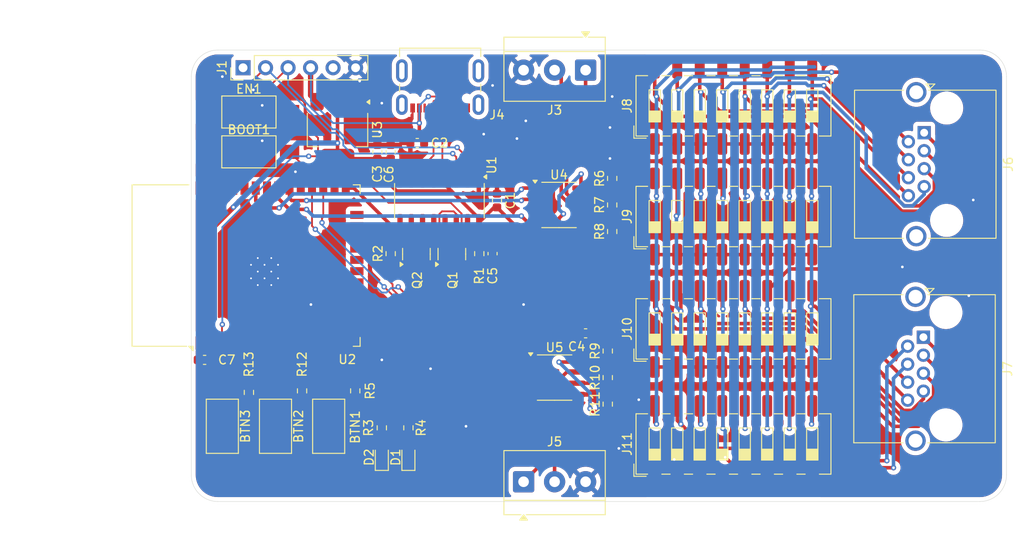
<source format=kicad_pcb>
(kicad_pcb (version 20241229) (generator "pcbnew") (generator_version "9.0")
  (layers (0 "F.Cu" signal) (2 "B.Cu" signal) (13 "F.Paste" user) (15 "B.Paste" user) (5 "F.SilkS" user "F.Silkscreen") (7 "B.SilkS" user "B.Silkscreen") (1 "F.Mask" user) (3 "B.Mask" user) (25 "Edge.Cuts" user))
  (net 0 "")
  (net 1 "ESP32_IO0")
  (net 2 "GND")
  (net 3 "BTN1")
  (net 4 "+3V3")
  (net 5 "+5V")
  (net 6 "ESP32_EN")
  (net 7 "Net-(D1-A)")
  (net 8 "Net-(D2-A)")
  (net 11 "RX-PROG")
  (net 12 "TX-PROG")
  (net 13 "RS485_A1")
  (net 14 "RS485_B1")
  (net 16 "D+")
  (net 18 "D-")
  (net 20 "RS485_A2")
  (net 21 "RS485_B2")
  (net 22 "ETH3")
  (net 23 "ETH7")
  (net 24 "ETH1")
  (net 25 "ETH8")
  (net 26 "ETH2")
  (net 27 "ETH5")
  (net 28 "ETH6")
  (net 29 "ETH4")
  (net 30 "Net-(Q1-S)")
  (net 31 "Net-(Q1-G)")
  (net 32 "Net-(U2-IO12)")
  (net 33 "Net-(U2-IO13)")
  (net 51 "BTN2")
  (net 53 "BTN3")
  (net 64 "RS485_1_DIRECTION")
  (net 65 "UART1_RX")
  (net 66 "UART1_TX")
  (net 67 "RS485_2_DIRECTION")
  (net 68 "UART2_TX")
  (net 69 "UART2_RX")
  (footprint "Button_Switch_SMD:SW_SPST_FSMSM" (layer "F.Cu") (at 91.5 80.5 -90)
    (property "Reference" "BTN2")
    (property "Value" "SW_Push")
  )
  (footprint "Capacitor_SMD:C_0603_1608Metric" (layer "F.Cu") (at 116 61 -90)
    (property "Reference" "C5")
    (property "Value" "C")
  )
  (footprint "Connector_PinHeader_2.54mm:PinHeader_1x06_P2.54mm_Vertical" (layer "F.Cu") (at 87.84 40 90)
    (property "Reference" "J1")
    (property "Value" "Conn_01x06")
  )
  (footprint "Resistor_SMD:R_0603_1608Metric" (layer "F.Cu") (at 94.5 76.5 90)
    (property "Reference" "R12")
    (property "Value" "R_Small")
  )
  (footprint "Capacitor_SMD:C_0603_1608Metric" (layer "F.Cu") (at 126.5 70)
    (property "Reference" "C4")
    (property "Value" "C")
  )
  (footprint "Package_SO:SOIC-8_3.9x4.9mm_P1.27mm" (layer "F.Cu") (at 123 75)
    (property "Reference" "U5")
    (property "Value" "MAX3485")
  )
  (footprint "Capacitor_SMD:C_0603_1608Metric" (layer "F.Cu") (at 116.5 55 90)
    (property "Reference" "C1")
    (property "Value" "C")
  )
  (footprint "Connector_RJ:RJ45_Amphenol_RJHSE5380" (layer "F.Cu") (at 164.625 70.44 -90)
    (property "Reference" "J7")
    (property "Value" "RJ45")
  )
  (footprint "Resistor_SMD:R_0603_1608Metric" (layer "F.Cu") (at 129.5 55.5 90)
    (property "Reference" "R7")
    (property "Value" "120")
  )
  (footprint "Resistor_SMD:R_0603_1608Metric" (layer "F.Cu") (at 100.5 76.5 90)
    (property "Reference" "R5")
    (property "Value" "R_Small")
  )
  (footprint "Connector_RJ:RJ45_Amphenol_RJHSE5380" (layer "F.Cu") (at 164.71 47.34 -90)
    (property "Reference" "J6")
    (property "Value" "RJ45")
  )
  (footprint "Button_Switch_SMD:SW_SPST_FSMSM" (layer "F.Cu") (at 85.5 80.5 -90)
    (property "Reference" "BTN3")
    (property "Value" "SW_Push")
  )
  (footprint "Resistor_SMD:R_0603_1608Metric" (layer "F.Cu") (at 129.5 58.5 90)
    (property "Reference" "R8")
    (property "Value" "10K")
  )
  (footprint "Capacitor_SMD:C_0603_1608Metric" (layer "F.Cu") (at 107.5 48.5 180)
    (property "Reference" "C2")
    (property "Value" "C")
  )
  (footprint "Button_Switch_SMD:SW_SPST_FSMSM" (layer "F.Cu") (at 97.5 80.5 -90)
    (property "Reference" "BTN1")
    (property "Value" "SW_Push")
  )
  (footprint "Package_SO:SOIC-8_3.9x4.9mm_P1.27mm" (layer "F.Cu") (at 123.5 55.5)
    (property "Reference" "U4")
    (property "Value" "MAX3485")
  )
  (footprint "Resistor_SMD:R_0603_1608Metric" (layer "F.Cu") (at 103.5 80.675 -90)
    (property "Reference" "R3")
    (property "Value" "R_Small")
  )
  (footprint "Resistor_SMD:R_0603_1608Metric" (layer "F.Cu") (at 114.5 61 90)
    (property "Reference" "R1")
    (property "Value" "R_Small")
  )
  (footprint "Button_Switch_SMD:SW_DIP_SPSTx08_Slide_6.7x21.88mm_W8.61mm_P2.54mm_LowProfile" (layer "F.Cu") (at 143.19 82.5 90)
    (property "Reference" "J11")
    (property "Value" "Conn_02x08_Counter_Clockwise")
  )
  (footprint "Resistor_SMD:R_0603_1608Metric" (layer "F.Cu") (at 88.5 76.675 90)
    (property "Reference" "R13")
    (property "Value" "R_Small")
  )
  (footprint "Package_TO_SOT_SMD:SOT-23" (layer "F.Cu") (at 111.405 61.05 90)
    (property "Reference" "Q1")
    (property "Value" "BSS138")
  )
  (footprint "Resistor_SMD:R_0603_1608Metric" (layer "F.Cu") (at 129 72 90)
    (property "Reference" "R9")
    (property "Value" "10K")
  )
  (footprint "TerminalBlock_4Ucon:TerminalBlock_4Ucon_1x03_P3.50mm_Horizontal" (layer "F.Cu") (at 126.5 40.2675 180)
    (property "Reference" "J3")
    (property "Value" "Conn_01x03")
  )
  (footprint "Package_TO_SOT_SMD:SOT-23" (layer "F.Cu") (at 107.405 61.05 90)
    (property "Reference" "Q2")
    (property "Value" "BSS138")
  )
  (footprint "Button_Switch_SMD:SW_SPST_FSMSM" (layer "F.Cu") (at 88.5 45)
    (property "Reference" "EN1")
    (property "Value" "SW_Push")
  )
  (footprint "LED_SMD:LED_0603_1608Metric" (layer "F.Cu") (at 106.5 84 90)
    (property "Reference" "D1")
    (property "Value" "LED")
  )
  (footprint "Resistor_SMD:R_0603_1608Metric" (layer "F.Cu") (at 106.5 80.675 -90)
    (property "Reference" "R4")
    (property "Value" "R_Small")
  )
  (footprint "Resistor_SMD:R_0603_1608Metric" (layer "F.Cu") (at 129 78 90)
    (property "Reference" "R11")
    (property "Value" "10K")
  )
  (footprint "Connector_USB:USB_C_Receptacle_JAE_DX07S016JA1R1500" (layer "F.Cu") (at 110.085 41.5 180)
    (property "Reference" "J4")
    (property "Value" "USB_C_Receptacle_USB2.0_14P")
  )
  (footprint "Button_Switch_SMD:SW_DIP_SPSTx08_Slide_6.7x21.88mm_W8.61mm_P2.54mm_LowProfile" (layer "F.Cu") (at 143.19 44.305 90)
    (property "Reference" "J8")
    (property "Value" "Conn_02x08_Counter_Clockwise")
  )
  (footprint "Button_Switch_SMD:SW_DIP_SPSTx08_Slide_6.7x21.88mm_W8.61mm_P2.54mm_LowProfile" (layer "F.Cu") (at 143.19 69.5 90)
    (property "Reference" "J10")
    (property "Value" "Conn_02x08_Counter_Clockwise")
  )
  (footprint "Button_Switch_SMD:SW_DIP_SPSTx08_Slide_6.7x21.88mm_W8.61mm_P2.54mm_LowProfile" (layer "F.Cu") (at 143.19 56.805 90)
    (property "Reference" "J9")
    (property "Value" "Conn_02x08_Counter_Clockwise")
  )
  (footprint "Button_Switch_SMD:SW_SPST_FSMSM" (layer "F.Cu") (at 88.5 49.5 180)
    (property "Reference" "BOOT1")
    (property "Value" "SW_Push")
  )
  (footprint "Capacitor_SMD:C_0603_1608Metric" (layer "F.Cu") (at 83.5 73 180)
    (property "Reference" "C7")
    (property "Value" "C")
  )
  (footprint "Capacitor_SMD:C_0603_1608Metric" (layer "F.Cu") (at 104.5 49.5 90)
    (property "Reference" "C6")
    (property "Value" "C")
  )
  (footprint "Capacitor_SMD:C_0603_1608Metric" (layer "F.Cu") (at 103 49.5 90)
    (property "Reference" "C3")
    (property "Value" "C")
  )
  (footprint "Resistor_SMD:R_0603_1608Metric" (layer "F.Cu") (at 129.5 52.5 90)
    (property "Reference" "R6")
    (property "Value" "10K")
  )
  (footprint "LED_SMD:LED_0603_1608Metric" (layer "F.Cu") (at 103.5 84 90)
    (property "Reference" "D2")
    (property "Value" "LED")
  )
  (footprint "RF_Module:ESP32-WROOM-32" (layer "F.Cu") (at 91.1725 62.345 90)
    (property "Reference" "U2")
    (property "Value" "ESP32-WROOM-32")
  )
  (footprint "TerminalBlock_4Ucon:TerminalBlock_4Ucon_1x03_P3.50mm_Horizontal" (layer "F.Cu") (at 119.5 86.7675)
    (property "Reference" "J5")
    (property "Value" "Conn_01x03")
  )
  (footprint "Package_TO_SOT_SMD:SOT-223-3_TabPin2" (layer "F.Cu") (at 98.5 47 -90)
    (property "Reference" "U3")
    (property "Value" "AMS1117-3.3")
  )
  (footprint "Resistor_SMD:R_0603_1608Metric" (layer "F.Cu") (at 129 75 90)
    (property "Reference" "R10")
    (property "Value" "120")
  )
  (footprint "Package_SO:SOIC-16_3.9x9.9mm_P1.27mm" (layer "F.Cu") (at 110 55.025 -90)
    (property "Reference" "U1")
    (property "Value" "CH340C")
  )
  (footprint "Resistor_SMD:R_0603_1608Metric" (layer "F.Cu") (at 104.5 61 90)
    (property "Reference" "R2")
    (property "Value" "R_Small")
  )
  (gr_line (start 174 41) (end 174 86) (stroke (width 0.05)) (layer "Edge.Cuts"))
  (gr_arc (start 82 41) (mid 82.87868 38.87868) (end 85 38) (stroke (width 0.05)) (layer "Edge.Cuts"))
  (gr_line (start 171 38) (end 85 38) (stroke (width 0.05)) (layer "Edge.Cuts"))
  (gr_line (start 82 86) (end 82 41) (stroke (width 0.05)) (layer "Edge.Cuts"))
  (gr_arc (start 174 86) (mid 173.12132 88.12132) (end 171 89) (stroke (width 0.05)) (layer "Edge.Cuts"))
  (gr_arc (start 85 89) (mid 82.87868 88.12132) (end 82 86) (stroke (width 0.05)) (layer "Edge.Cuts"))
  (gr_arc (start 171 38) (mid 173.12132 38.87868) (end 174 41) (stroke (width 0.05)) (layer "Edge.Cuts"))
  (gr_line (start 171 89) (end 85 89) (stroke (width 0.05)) (layer "Edge.Cuts"))
  (segment (start 98.75 51.853) (end 99.4325 52.5355) (width 0.2) (layer "F.Cu") (net 1))
  (segment (start 99.4325 52.5355) (end 99.4325 53.595) (width 0.2) (layer "F.Cu") (net 1))
  (segment (start 100.345 53.595) (end 99.4325 53.595) (width 0.4) (layer "F.Cu") (net 1))
  (segment (start 104.5 57.75) (end 100.345 53.595) (width 0.4) (layer "F.Cu") (net 1))
  (segment (start 95.443 51.853) (end 98.75 51.853) (width 0.2) (layer "F.Cu") (net 1))
  (segment (start 93.09 49.5) (end 95.443 51.853) (width 0.2) (layer "F.Cu") (net 1))
  (segment (start 104.5 60.175) (end 104.5 57.75) (width 0.4) (layer "F.Cu") (net 1))
  (segment (start 104.5625 60.1125) (end 104.5 60.175) (width 0.4) (layer "F.Cu") (net 1))
  (segment (start 107.405 60.1125) (end 104.5625 60.1125) (width 0.4) (layer "F.Cu") (net 1))
  (segment (start 113.185 44.55) (end 113.185 46.185) (width 0.2) (layer "F.Cu") (net 2))
  (segment (start 106.985 44.55) (end 106.985 45.765) (width 0.2) (layer "F.Cu") (net 2))
  (segment (start 113.185 46.185) (end 113.5 46.5) (width 0.2) (layer "F.Cu") (net 2))
  (segment (start 106.985 45.765) (end 106.5 46.25) (width 0.2) (layer "F.Cu") (net 2))
  (via (at 103.5 44) (size 0.6) (drill 0.3) (layers "F.Cu" "B.Cu") (net 2))
  (via (at 103.5 73) (size 0.6) (drill 0.3) (layers "F.Cu" "B.Cu") (net 2))
  (via (at 170.25 54.938162) (size 0.6) (drill 0.3) (layers "F.Cu" "B.Cu") (net 2))
  (via (at 119.5 66.75) (size 0.6) (drill 0.3) (layers "F.Cu" "B.Cu") (net 2))
  (via (at 89 42.5) (size 0.6) (drill 0.3) (layers "F.Cu" "B.Cu") (net 2))
  (via (at 101 41.5) (size 0.6) (drill 0.3) (layers "F.Cu" "B.Cu") (net 2))
  (via (at 119.75 46) (size 0.6) (drill 0.3) (layers "F.Cu" "B.Cu") (net 2))
  (via (at 129.5 43.25) (size 0.6) (drill 0.3) (layers "F.Cu" "B.Cu") (net 2))
  (via (at 169.75 65.75) (size 0.6) (drill 0.3) (layers "F.Cu" "B.Cu") (net 2))
  (via (at 136.5 84.25) (size 0.6) (drill 0.3) (layers "F.Cu" "B.Cu") (net 2))
  (via (at 85.5 41) (size 0.6) (drill 0.3) (layers "F.Cu" "B.Cu") (net 2))
  (via (at 113 80.5) (size 0.6) (drill 0.3) (layers "F.Cu" "B.Cu") (net 2))
  (via (at 129.25 46.75) (size 0.6) (drill 0.3) (layers "F.Cu" "B.Cu") (net 2))
  (via (at 90 48.25) (size 0.6) (drill 0.3) (layers "F.Cu" "B.Cu") (net 2))
  (via (at 132.5 77.5) (size 0.6) (drill 0.3) (layers "F.Cu" "B.Cu") (net 2))
  (via (at 93.75 51.75) (size 0.6) (drill 0.3) (layers "F.Cu" "B.Cu") (net 2))
  (via (at 116 42) (size 0.6) (drill 0.3) (layers "F.Cu" "B.Cu") (net 2))
  (via (at 90 44.25) (size 0.6) (drill 0.3) (layers "F.Cu" "B.Cu") (net 2))
  (via (at 130.25 83) (size 0.6) (drill 0.3) (layers "F.Cu" "B.Cu") (net 2))
  (via (at 95.5 66.75) (size 0.6) (drill 0.3) (layers "F.Cu" "B.Cu") (net 2))
  (via (at 162.25 62.5) (size 0.6) (drill 0.3) (layers "F.Cu" "B.Cu") (net 2))
  (via (at 118.75 48) (size 0.6) (drill 0.3) (layers "F.Cu" "B.Cu") (net 2))
  (via (at 103.25 47.25) (size 0.6) (drill 0.3) (layers "F.Cu" "B.Cu") (net 2))
  (via (at 129.25 50.25) (size 0.6) (drill 0.3) (layers "F.Cu" "B.Cu") (net 2))
  (via (at 115 47.5) (size 0.6) (drill 0.3) (layers "F.Cu" "B.Cu") (net 2))
  (via (at 109 74) (size 0.6) (drill 0.3) (layers "F.Cu" "B.Cu") (net 2))
  (segment (start 97.735 75.675) (end 97.5 75.91) (width 0.6) (layer "F.Cu") (net 3))
  (segment (start 100.5 75.675) (end 97.735 75.675) (width 0.6) (layer "F.Cu") (net 3))
  (segment (start 115.325 61) (end 118.5 61) (width 0.2) (layer "F.Cu") (net 4))
  (segment (start 100.324 77.501) (end 94.676 77.501) (width 0.6) (layer "F.Cu") (net 4))
  (segment (start 84.1925 72.9175) (end 84.275 73) (width 0.6) (layer "F.Cu") (net 4))
  (segment (start 123.5 73.25) (end 125.32 73.25) (width 0.4) (layer "F.Cu") (net 4))
  (segment (start 94.676 77.501) (end 94.5 77.325) (width 0.6) (layer "F.Cu") (net 4))
  (segment (start 94.5 77.325) (end 94.325 77.5) (width 0.6) (layer "F.Cu") (net 4))
  (segment (start 103 51.753388) (end 103 50.275) (width 0.4) (layer "F.Cu") (net 4))
  (segment (start 125.32 73.25) (end 125.475 73.095) (width 0.4) (layer "F.Cu") (net 4))
  (segment (start 112.899 63.426) (end 114.5 61.825) (width 0.2) (layer "F.Cu") (net 4))
  (segment (start 114.5 61.825) (end 115.325 61) (width 0.2) (layer "F.Cu") (net 4))
  (segment (start 98.5 43.85) (end 98.5 48.5) (width 0.4) (layer "F.Cu") (net 4))
  (segment (start 116.17 55.775) (end 114.445 57.5) (width 0.4) (layer "F.Cu") (net 4))
  (segment (start 116.5 55.775) (end 116.17 55.775) (width 0.4) (layer "F.Cu") (net 4))
  (segment (start 120.1125 59.3875) (end 116.5 55.775) (width 0.4) (layer "F.Cu") (net 4))
  (segment (start 106.101 63.426) (end 112.899 63.426) (width 0.2) (layer "F.Cu") (net 4))
  (segment (start 125.725 68.475) (end 125.725 70) (width 0.4) (layer "F.Cu") (net 4))
  (segment (start 103 50.275) (end 98.625 50.275) (width 0.4) (layer "F.Cu") (net 4))
  (segment (start 127.325 78.825) (end 127 78.5) (width 0.4) (layer "F.Cu") (net 4))
  (segment (start 111.324 53.926) (end 105.172612 53.926) (width 0.4) (layer "F.Cu") (net 4))
  (segment (start 84.1925 58.3075) (end 86.75 55.75) (width 0.6) (layer "F.Cu") (net 4))
  (segment (start 88.5 77.5) (end 88.499 77.501) (width 0.6) (layer "F.Cu") (net 4))
  (segment (start 105.172612 53.926) (end 103 51.753388) (width 0.4) (layer "F.Cu") (net 4))
  (segment (start 123.5 57) (end 124 56.5) (width 0.4) (layer "F.Cu") (net 4))
  (segment (start 104.5 50.275) (end 103 50.275) (width 0.4) (layer "F.Cu") (net 4))
  (segment (start 125.975 53.595) (end 125.975 52.025) (width 0.4) (layer "F.Cu") (net 4))
  (segment (start 125.975 52.025) (end 126 52) (width 0.4) (layer "F.Cu") (net 4))
  (segment (start 129.5 64.25) (end 125.5 68.25) (width 0.4) (layer "F.Cu") (net 4))
  (segment (start 110.635 52.55) (end 110.635 53.201612) (width 0.4) (layer "F.Cu") (net 4))
  (segment (start 88.499 77.501) (end 84.199 77.501) (width 0.6) (layer "F.Cu") (net 4))
  (segment (start 111.341694 53.908306) (end 114.445 57.011612) (width 0.4) (layer "F.Cu") (net 4))
  (segment (start 118.5 61) (end 120.1125 59.3875) (width 0.2) (layer "F.Cu") (net 4))
  (segment (start 125.725 70) (end 125.725 72.845) (width 0.4) (layer "F.Cu") (net 4))
  (segment (start 84.1925 71.095) (end 84.1925 58.3075) (width 0.6) (layer "F.Cu") (net 4))
  (segment (start 123.5 61.75) (end 122.475 61.75) (width 0.4) (layer "F.Cu") (net 4))
  (segment (start 110.635 53.201612) (end 111.341694 53.908306) (width 0.4) (layer "F.Cu") (net 4))
  (segment (start 125.5 68.25) (end 123.5 66.25) (width 0.4) (layer "F.Cu") (net 4))
  (segment (start 123.5 61.75) (end 123.5 57) (width 0.4) (layer "F.Cu") (net 4))
  (segment (start 94.325 77.5) (end 88.5 77.5) (width 0.6) (layer "F.Cu") (net 4))
  (segment (start 111.341694 53.908306) (end 111.324 53.926) (width 0.4) (layer "F.Cu") (net 4))
  (segment (start 129 78.825) (end 127.325 78.825) (width 0.4) (layer "F.Cu") (net 4))
  (segment (start 98.5 48.5) (end 98.5 50.15) (width 0.4) (layer "F.Cu") (net 4))
  (segment (start 125.5 68.25) (end 125.725 68.475) (width 0.4) (layer "F.Cu") (net 4))
  (segment (start 114.445 57.011612) (end 114.445 57.5) (width 0.4) (layer "F.Cu") (net 4))
  (segment (start 123.5 66.25) (end 123.5 61.75) (width 0.4) (layer "F.Cu") (net 4))
  (segment (start 84.199 73.076) (end 84.275 73) (width 0.6) (layer "F.Cu") (net 4))
  (segment (start 122.475 61.75) (end 120.1125 59.3875) (width 0.4) (layer "F.Cu") (net 4))
  (segment (start 100.5 77.325) (end 100.324 77.501) (width 0.6) (layer "F.Cu") (net 4))
  (segment (start 84.1925 71.095) (end 84.1925 72.9175) (width 0.6) (layer "F.Cu") (net 4))
  (segment (start 129.5 59.325) (end 129.5 64.25) (width 0.4) (layer "F.Cu") (net 4))
  (segment (start 104.5 61.825) (end 106.101 63.426) (width 0.2) (layer "F.Cu") (net 4))
  (segment (start 125.725 72.845) (end 125.475 73.095) (width 0.4) (layer "F.Cu") (net 4))
  (segment (start 84.199 77.501) (end 84.199 73.076) (width 0.6) (layer "F.Cu") (net 4))
  (segment (start 98.625 50.275) (end 98.5 50.15) (width 0.4) (layer "F.Cu") (net 4))
  (via (at 86.75 55.75) (size 0.6) (drill 0.3) (layers "F.Cu" "B.Cu") (net 4))
  (via (at 126 52) (size 0.6) (drill 0.3) (layers "F.Cu" "B.Cu") (net 4))
  (via (at 124 56.5) (size 0.6) (drill 0.3) (layers "F.Cu" "B.Cu") (net 4))
  (via (at 98.5 48.5) (size 0.6) (drill 0.3) (layers "F.Cu" "B.Cu") (net 4))
  (via (at 123.5 73.25) (size 0.6) (drill 0.3) (layers "F.Cu" "B.Cu") (net 4))
  (via (at 127 78.5) (size 0.6) (drill 0.3) (layers "F.Cu" "B.Cu") (net 4))
  (segment (start 123.5 54.5) (end 123.5 56) (width 0.4) (layer "B.Cu") (net 4))
  (segment (start 94 48.5) (end 98.5 48.5) (width 0.6) (layer "B.Cu") (net 4))
  (segment (start 127 76.75) (end 123.5 73.25) (width 0.4) (layer "B.Cu") (net 4))
  (segment (start 123.5 56) (end 124 56.5) (width 0.4) (layer "B.Cu") (net 4))
  (segment (start 86.75 55.75) (end 94 48.5) (width 0.6) (layer "B.Cu") (net 4))
  (segment (start 127 78.5) (end 127 76.75) (width 0.4) (layer "B.Cu") (net 4))
  (segment (start 126 52) (end 123.5 54.5) (width 0.4) (layer "B.Cu") (net 4))
  (segment (start 95.46 43.11) (end 96.2 43.85) (width 0.6) (layer "F.Cu") (net 5))
  (segment (start 107.735 46.25) (end 107.735 47.96) (width 0.4) (layer "F.Cu") (net 5))
  (segment (start 95.46 40) (end 95.46 43.11) (width 0.6) (layer "F.Cu") (net 5))
  (segment (start 111.835 43.25) (end 110.75 43.25) (width 0.2) (layer "F.Cu") (net 5))
  (segment (start 110.75 43.25) (end 108.75 43.25) (width 0.2) (layer "F.Cu") (net 5))
  (segment (start 112.435 43.85) (end 111.835 43.25) (width 0.2) (layer "F.Cu") (net 5))
  (segment (start 107.735 47.96) (end 108.275 48.5) (width 0.4) (layer "F.Cu") (net 5))
  (segment (start 107.735 44.55) (end 107.735 46.25) (width 0.4) (layer "F.Cu") (net 5))
  (segment (start 112.435 44.55) (end 112.435 43.85) (width 0.2) (layer "F.Cu") (net 5))
  (via (at 107.735 46.25) (size 0.6) (drill 0.3) (layers "F.Cu" "B.Cu") (net 5))
  (via (at 108.75 43.25) (size 0.6) (drill 0.3) (layers "F.Cu" "B.Cu") (net 5))
  (segment (start 107.735 44.265) (end 107.735 46.25) (width 0.2) (layer "B.Cu") (net 5))
  (segment (start 95.5 40.04) (end 95.46 40) (width 0.2) (layer "B.Cu") (net 5))
  (segment (start 108.75 43.25) (end 107.735 44.265) (width 0.2) (layer "B.Cu") (net 5))
  (segment (start 98 46.25) (end 95.5 43.75) (width 0.2) (layer "B.Cu") (net 5))
  (segment (start 107.735 46.25) (end 98 46.25) (width 0.2) (layer "B.Cu") (net 5))
  (segment (start 95.5 43.75) (end 95.5 40.04) (width 0.2) (layer "B.Cu") (net 5))
  (segment (start 96.299 50) (end 95.25 50) (width 0.2) (layer "F.Cu") (net 6))
  (segment (start 111.4675 60.175) (end 111.405 60.1125) (width 0.4) (layer "F.Cu") (net 6))
  (segment (start 93.38 45) (end 96.299 47.919) (width 0.2) (layer "F.Cu") (net 6))
  (segment (start 99.565686 51.5) (end 100.5 51.5) (width 0.2) (layer "F.Cu") (net 6))
  (segment (start 115.95 60.175) (end 116 60.225) (width 0.4) (layer "F.Cu") (net 6))
  (segment (start 96.760942 51.451) (end 99.516686 51.451) (width 0.2) (layer "F.Cu") (net 6))
  (segment (start 96.299 47.919) (end 96.299 50) (width 0.2) (layer "F.Cu") (net 6))
  (segment (start 85.5 69) (end 85.4625 69.0375) (width 0.2) (layer "F.Cu") (net 6))
  (segment (start 85.4625 69.0375) (end 85.4625 71.095) (width 0.2) (layer "F.Cu") (net 6))
  (segment (start 112.506 60.169) (end 112.5 60.175) (width 0.2) (layer "F.Cu") (net 6))
  (segment (start 96.299 50.989058) (end 96.760942 51.451) (width 0.2) (layer "F.Cu") (net 6))
  (segment (start 112.506 56.484032) (end 112.506 60.169) (width 0.2) (layer "F.Cu") (net 6))
  (segment (start 111.271968 55.25) (end 112.506 56.484032) (width 0.2) (layer "F.Cu") (net 6))
  (segment (start 114.5 60.175) (end 112.5 60.175) (width 0.4) (layer "F.Cu") (net 6))
  (segment (start 96.299 50) (end 96.299 50.989058) (width 0.2) (layer "F.Cu") (net 6))
  (segment (start 114.5 60.175) (end 115.95 60.175) (width 0.4) (layer "F.Cu") (net 6))
  (segment (start 93.09 45) (end 93.38 45) (width 0.2) (layer "F.Cu") (net 6))
  (segment (start 99.516686 51.451) (end 99.565686 51.5) (width 0.2) (layer "F.Cu") (net 6))
  (segment (start 104.25 55.25) (end 111.271968 55.25) (width 0.2) (layer "F.Cu") (net 6))
  (segment (start 112.5 60.175) (end 111.4675 60.175) (width 0.4) (layer "F.Cu") (net 6))
  (segment (start 100.5 51.5) (end 104.25 55.25) (width 0.2) (layer "F.Cu") (net 6))
  (via (at 95.25 50) (size 0.6) (drill 0.3) (layers "F.Cu" "B.Cu") (net 6))
  (via (at 85.5 69) (size 0.6) (drill 0.3) (layers "F.Cu" "B.Cu") (net 6))
  (segment (start 85.5 58) (end 85.5 69) (width 0.2) (layer "B.Cu") (net 6))
  (segment (start 88.5 55) (end 85.5 58) (width 0.2) (layer "B.Cu") (net 6))
  (segment (start 93.5 50) (end 88.5 55) (width 0.2) (layer "B.Cu") (net 6))
  (segment (start 95.25 50) (end 93.5 50) (width 0.2) (layer "B.Cu") (net 6))
  (segment (start 106.5 81.5) (end 106.5 83.2125) (width 0.6) (layer "F.Cu") (net 7))
  (segment (start 103.5 83.2125) (end 103.5 81.5) (width 0.6) (layer "F.Cu") (net 8))
  (segment (start 86.7325 53.595) (end 86.7325 43.6475) (width 0.2) (layer "F.Cu") (net 11))
  (segment (start 111.905 50.090967) (end 111.505115 49.691082) (width 0.2) (layer "F.Cu") (net 11))
  (segment (start 86.7325 43.6475) (end 90.38 40) (width 0.2) (layer "F.Cu") (net 11))
  (segment (start 111.905 52.55) (end 111.905 50.090967) (width 0.2) (layer "F.Cu") (net 11))
  (via (at 111.505115 49.691082) (size 0.6) (drill 0.3) (layers "F.Cu" "B.Cu") (net 11))
  (segment (start 100.071082 49.691082) (end 111.505115 49.691082) (width 0.2) (layer "B.Cu") (net 11))
  (segment (start 99.14962 48.230381) (end 99.14962 48.76962) (width 0.2) (layer "B.Cu") (net 11))
  (segment (start 99.14962 48.76962) (end 100.071082 49.691082) (width 0.2) (layer "B.Cu") (net 11))
  (segment (start 97.73 47.35) (end 98.269239 47.35) (width 0.2) (layer "B.Cu") (net 11))
  (segment (start 90.38 40) (end 97.73 47.35) (width 0.2) (layer "B.Cu") (net 11))
  (segment (start 98.269239 47.35) (end 99.14962 48.230381) (width 0.2) (layer "B.Cu") (net 11))
  (segment (start 113.175 52.55) (end 113.175 50.175) (width 0.2) (layer "F.Cu") (net 12))
  (segment (start 88.0025 53.595) (end 88.0025 44.9175) (width 0.2) (layer "F.Cu") (net 12))
  (segment (start 113.175 50.175) (end 112 49) (width 0.2) (layer "F.Cu") (net 12))
  (segment (start 88.0025 44.9175) (end 92.92 40) (width 0.2) (layer "F.Cu") (net 12))
  (via (at 112 49) (size 0.6) (drill 0.3) (layers "F.Cu" "B.Cu") (net 12))
  (segment (start 92.92 41.92) (end 92.92 40) (width 0.2) (layer "B.Cu") (net 12))
  (segment (start 112 49) (end 100.484924 49) (width 0.2) (layer "B.Cu") (net 12))
  (segment (start 98.434924 46.95) (end 97.95 46.95) (width 0.2) (layer "B.Cu") (net 12))
  (segment (start 97.95 46.95) (end 92.92 41.92) (width 0.2) (layer "B.Cu") (net 12))
  (segment (start 100.484924 49) (end 98.434924 46.95) (width 0.2) (layer "B.Cu") (net 12))
  (segment (start 147 61.11) (end 144.46 61.11) (width 0.4) (layer "F.Cu") (net 13))
  (segment (start 141.92 61.11) (end 139.38 61.11) (width 0.4) (layer "F.Cu") (net 13))
  (segment (start 125.975 56.135) (end 125.385 56.135) (width 0.4) (layer "F.Cu") (net 13))
  (segment (start 123.75 41.0175) (end 123 40.2675) (width 0.4) (layer "F.Cu") (net 13))
  (segment (start 129.5 57.675) (end 130.865 57.675) (width 0.4) (layer "F.Cu") (net 13))
  (segment (start 129.5 57.675) (end 129.5 56.325) (width 0.4) (layer "F.Cu") (net 13))
  (segment (start 123.75 54.5) (end 123.75 41.0175) (width 0.4) (layer "F.Cu") (net 13))
  (segment (start 139.38 61.11) (end 136.84 61.11) (width 0.4) (layer "F.Cu") (net 13))
  (segment (start 149.54 61.11) (end 147 61.11) (width 0.4) (layer "F.Cu") (net 13))
  (segment (start 130.865 57.675) (end 134.3 61.11) (width 0.4) (layer "F.Cu") (net 13))
  (segment (start 125.975 56.135) (end 129.31 56.135) (width 0.4) (layer "F.Cu") (net 13))
  (segment (start 134.3 61.11) (end 136.84 61.11) (width 0.4) (layer "F.Cu") (net 13))
  (segment (start 152.08 61.11) (end 149.54 61.11) (width 0.4) (layer "F.Cu") (net 13))
  (segment (start 129.31 56.135) (end 129.5 56.325) (width 0.4) (layer "F.Cu") (net 13))
  (segment (start 144.46 61.11) (end 141.92 61.11) (width 0.4) (layer "F.Cu") (net 13))
  (segment (start 125.385 56.135) (end 123.75 54.5) (width 0.4) (layer "F.Cu") (net 13))
  (segment (start 124.35 54.214999) (end 124.35 45.4) (width 0.4) (layer "F.Cu") (net 14))
  (segment (start 144.46 48.61) (end 141.92 48.61) (width 0.4) (layer "F.Cu") (net 14))
  (segment (start 124.35 45.4) (end 126.5 43.25) (width 0.4) (layer "F.Cu") (net 14))
  (segment (start 129.585 53.325) (end 134.3 48.61) (width 0.4) (layer "F.Cu") (net 14))
  (segment (start 125.000001 54.865) (end 124.35 54.214999) (width 0.4) (layer "F.Cu") (net 14))
  (segment (start 136.84 48.61) (end 134.3 48.61) (width 0.4) (layer "F.Cu") (net 14))
  (segment (start 147 48.61) (end 144.46 48.61) (width 0.4) (layer "F.Cu") (net 14))
  (segment (start 129.31 54.865) (end 129.5 54.675) (width 0.4) (layer "F.Cu") (net 14))
  (segment (start 126.5 43.25) (end 126.5 40.2675) (width 0.4) (layer "F.Cu") (net 14))
  (segment (start 125.975 54.865) (end 129.31 54.865) (width 0.4) (layer "F.Cu") (net 14))
  (segment (start 129.5 54.675) (end 129.5 53.325) (width 0.4) (layer "F.Cu") (net 14))
  (segment (start 125.975 54.865) (end 125.000001 54.865) (width 0.4) (layer "F.Cu") (net 14))
  (segment (start 139.38 48.61) (end 136.84 48.61) (width 0.4) (layer "F.Cu") (net 14))
  (segment (start 141.92 48.61) (end 139.38 48.61) (width 0.4) (layer "F.Cu") (net 14))
  (segment (start 129.5 53.325) (end 129.585 53.325) (width 0.4) (layer "F.Cu") (net 14))
  (segment (start 149.54 48.61) (end 147 48.61) (width 0.4) (layer "F.Cu") (net 14))
  (segment (start 152.08 48.61) (end 149.54 48.61) (width 0.4) (layer "F.Cu") (net 14))
  (segment (start 109.835 44.55) (end 110.335 44.55) (width 0.2) (layer "F.Cu") (net 16))
  (segment (start 109.365 51.575001) (end 110.335 50.605001) (width 0.2) (layer "F.Cu") (net 16))
  (segment (start 109.365 52.55) (end 109.365 51.575001) (width 0.2) (layer "F.Cu") (net 16))
  (segment (start 110.335 50.605001) (end 110.335 44.55) (width 0.2) (layer "F.Cu") (net 16))
  (segment (start 108.095 51.155) (end 108.095 52.55) (width 0.2) (layer "F.Cu") (net 18))
  (segment (start 110.835 43.813) (end 110.835 44.55) (width 0.2) (layer "F.Cu") (net 18))
  (segment (start 109.335 44.55) (end 109.335 43.813) (width 0.2) (layer "F.Cu") (net 18))
  (segment (start 109.335 43.813) (end 109.399 43.749) (width 0.2) (layer "F.Cu") (net 18))
  (segment (start 109.335 44.55) (end 109.335 49.915) (width 0.2) (layer "F.Cu") (net 18))
  (segment (start 109.335 49.915) (end 108.095 51.155) (width 0.2) (layer "F.Cu") (net 18))
  (segment (start 109.399 43.749) (end 110.771 43.749) (width 0.2) (layer "F.Cu") (net 18))
  (segment (start 110.771 43.749) (end 110.835 43.813) (width 0.2) (layer "F.Cu") (net 18))
  (segment (start 128.81 75.635) (end 129 75.825) (width 0.4) (layer "F.Cu") (net 20))
  (segment (start 123 84.25) (end 123.25 84) (width 0.4) (layer "F.Cu") (net 20))
  (segment (start 149.54 86.805) (end 147 86.805) (width 0.4) (layer "F.Cu") (net 20))
  (segment (start 134.3 82.05) (end 129.425 77.175) (width 0.4) (layer "F.Cu") (net 20))
  (segment (start 147 86.805) (end 144.46 86.805) (width 0.4) (layer "F.Cu") (net 20))
  (segment (start 139.38 86.805) (end 141.92 86.805) (width 0.4) (layer "F.Cu") (net 20))
  (segment (start 152.08 86.805) (end 149.54 86.805) (width 0.4) (layer "F.Cu") (net 20))
  (segment (start 129 77.175) (end 129 75.825) (width 0.4) (layer "F.Cu") (net 20))
  (segment (start 141.92 86.805) (end 144.46 86.805) (width 0.4) (layer "F.Cu") (net 20))
  (segment (start 125.475 75.635) (end 128.81 75.635) (width 0.4) (layer "F.Cu") (net 20))
  (segment (start 123.25 76.75) (end 124.365 75.635) (width 0.4) (layer "F.Cu") (net 20))
  (segment (start 134.3 86.805) (end 136.84 86.805) (width 0.4) (layer "F.Cu") (net 20))
  (segment (start 129.425 77.175) (end 129 77.175) (width 0.4) (layer "F.Cu") (net 20))
  (segment (start 134.3 86.805) (end 134.3 82.05) (width 0.4) (layer "F.Cu") (net 20))
  (segment (start 123.25 84) (end 123.25 76.75) (width 0.4) (layer "F.Cu") (net 20))
  (segment (start 124.365 75.635) (end 125.475 75.635) (width 0.4) (layer "F.Cu") (net 20))
  (segment (start 136.84 86.805) (end 139.38 86.805) (width 0.4) (layer "F.Cu") (net 20))
  (segment (start 123 86.7675) (end 123 84.25) (width 0.4) (layer "F.Cu") (net 20))
  (segment (start 122.5 83.7675) (end 122.5 76.25) (width 0.4) (layer "F.Cu") (net 21))
  (segment (start 122.5 76.25) (end 124.385 74.365) (width 0.4) (layer "F.Cu") (net 21))
  (segment (start 134.3 73.805) (end 129.37 73.805) (width 0.4) (layer "F.Cu") (net 21))
  (segment (start 119.5 86.7675) (end 122.5 83.7675) (width 0.4) (layer "F.Cu") (net 21))
  (segment (start 129.37 73.805) (end 129 74.175) (width 0.4) (layer "F.Cu") (net 21))
  (segment (start 139.38 73.805) (end 136.84 73.805) (width 0.4) (layer "F.Cu") (net 21))
  (segment (start 128.81 74.365) (end 129 74.175) (width 0.4) (layer "F.Cu") (net 21))
  (segment (start 136.84 73.805) (end 134.3 73.805) (width 0.4) (layer "F.Cu") (net 21))
  (segment (start 144.46 73.805) (end 141.92 73.805) (width 0.4) (layer "F.Cu") (net 21))
  (segment (start 125.475 74.365) (end 128.81 74.365) (width 0.4) (layer "F.Cu") (net 21))
  (segment (start 124.385 74.365) (end 125.475 74.365) (width 0.4) (layer "F.Cu") (net 21))
  (segment (start 141.92 73.805) (end 139.38 73.805) (width 0.4) (layer "F.Cu") (net 21))
  (segment (start 149.54 73.805) (end 147 73.805) (width 0.4) (layer "F.Cu") (net 21))
  (segment (start 147 73.805) (end 144.46 73.805) (width 0.4) (layer "F.Cu") (net 21))
  (segment (start 152.08 73.805) (end 149.54 73.805) (width 0.4) (layer "F.Cu") (net 21))
  (segment (start 129 74.175) (end 129 72.825) (width 0.4) (layer "F.Cu") (net 21))
  (segment (start 166.461 51.123) (end 164.71 49.372) (width 0.4) (layer "F.Cu") (net 22))
  (segment (start 164.420116 56.205) (end 166.461 54.164116) (width 0.4) (layer "F.Cu") (net 22))
  (segment (start 139.5 54.25) (end 139.5 52.62) (width 0.4) (layer "F.Cu") (net 22))
  (segment (start 141.65 44.9) (end 151.920114 44.9) (width 0.4) (layer "F.Cu") (net 22))
  (segment (start 166.378 74.225) (end 164.625 72.472) (width 0.4) (layer "F.Cu") (net 22))
  (segment (start 139.38 80.13) (end 139.5 80.25) (width 0.4) (layer "F.Cu") (net 22))
  (segment (start 166.378 77.349472) (end 166.378 74.225) (width 0.4) (layer "F.Cu") (net 22))
  (segment (start 139.38 65.195) (end 139.38 67.13) (width 0.4) (layer "F.Cu") (net 22))
  (segment (start 139.38 67.13) (end 139.5 67.25) (width 0.4) (layer "F.Cu") (net 22))
  (segment (start 139.38 42.63) (end 139.5 42.75) (width 0.4) (layer "F.Cu") (net 22))
  (segment (start 139.38 78.195) (end 139.38 80.13) (width 0.4) (layer "F.Cu") (net 22))
  (segment (start 141.15 68.9) (end 145.298644 68.9) (width 0.4) (layer "F.Cu") (net 22))
  (segment (start 161.869942 79.906) (end 162.000144 79.906) (width 0.4) (layer "F.Cu") (net 22))
  (segment (start 139.5 67.25) (end 141.15 68.9) (width 0.4) (layer "F.Cu") (net 22))
  (segment (start 139.5 42.75) (end 141.65 44.9) (width 0.4) (layer "F.Cu") (net 22))
  (segment (start 139.5 52.62) (end 139.38 52.5) (width 0.4) (layer "F.Cu") (net 22))
  (segment (start 166.461 54.164116) (end 166.461 51.123) (width 0.4) (layer "F.Cu") (net 22))
  (segment (start 155.85 48.829886) (end 155.85 49.849702) (width 0.4) (layer "F.Cu") (net 22))
  (segment (start 161.999644 79.906) (end 163.821472 79.906) (width 0.4) (layer "F.Cu") (net 22))
  (segment (start 150.865942 68.902) (end 161.869942 79.906) (width 0.4) (layer "F.Cu") (net 22))
  (segment (start 139.38 40) (end 139.38 42.63) (width 0.4) (layer "F.Cu") (net 22))
  (segment (start 145.300644 68.902) (end 150.865942 68.902) (width 0.4) (layer "F.Cu") (net 22))
  (segment (start 163.821472 79.906) (end 166.378 77.349472) (width 0.4) (layer "F.Cu") (net 22))
  (segment (start 151.920114 44.9) (end 155.85 48.829886) (width 0.4) (layer "F.Cu") (net 22))
  (segment (start 162.205298 56.205) (end 164.420116 56.205) (width 0.4) (layer "F.Cu") (net 22))
  (segment (start 145.298644 68.9) (end 145.300644 68.902) (width 0.4) (layer "F.Cu") (net 22))
  (segment (start 155.85 49.849702) (end 162.205298 56.205) (width 0.4) (layer "F.Cu") (net 22))
  (via (at 139.5 67.25) (size 0.6) (drill 0.3) (layers "F.Cu" "B.Cu") (net 22))
  (via (at 139.5 42.75) (size 0.6) (drill 0.3) (layers "F.Cu" "B.Cu") (net 22))
  (via (at 139.5 80.25) (size 0.6) (drill 0.3) (layers "F.Cu" "B.Cu") (net 22))
  (via (at 139.5 54.25) (size 0.6) (drill 0.3) (layers "F.Cu" "B.Cu") (net 22))
  (segment (start 139.5 42.75) (end 139.5 54.25) (width 0.4) (layer "B.Cu") (net 22))
  (segment (start 139.5 80.25) (end 139.5 67.25) (width 0.4) (layer "B.Cu") (net 22))
  (segment (start 139.5 67.25) (end 139.5 54.25) (width 0.4) (layer "B.Cu") (net 22))
  (segment (start 149.54 80.71) (end 149.5 80.75) (width 0.4) (layer "F.Cu") (net 23))
  (segment (start 149.5 54.5) (end 149.5 52.54) (width 0.4) (layer "F.Cu") (net 23))
  (segment (start 162.36824 78.703) (end 163.32176 78.703) (width 0.4) (layer "F.Cu") (net 23))
  (segment (start 149.5 43.25) (end 149.5 40.04) (width 0.4) (layer "F.Cu") (net 23))
  (segment (start 149.54 52.5) (end 149.54 53.72) (width 0.4) (layer "F.Cu") (net 23))
  (segment (start 149.54 67.46) (end 149.5 67.5) (width 0.4) (layer "F.Cu") (net 23))
  (segment (start 149.54 65.195) (end 149.54 67.46) (width 0.4) (layer "F.Cu") (net 23))
  (segment (start 163.32176 78.703) (end 164.625 77.39976) (width 0.4) (layer "F.Cu") (net 23))
  (segment (start 149.5 40.04) (end 149.54 40) (width 0.4) (layer "F.Cu") (net 23))
  (segment (start 151.16524 67.5) (end 162.36824 78.703) (width 0.4) (layer "F.Cu") (net 23))
  (segment (start 164.625 77.39976) (end 164.625 76.536) (width 0.4) (layer "F.Cu") (net 23))
  (segment (start 149.54 78.195) (end 149.54 80.71) (width 0.4) (layer "F.Cu") (net 23))
  (segment (start 164.97 53.766) (end 164.516 53.766) (width 0.4) (layer "F.Cu") (net 23))
  (segment (start 149.5 67.5) (end 151.16524 67.5) (width 0.4) (layer "F.Cu") (net 23))
  (segment (start 149.5 52.54) (end 149.54 52.5) (width 0.4) (layer "F.Cu") (net 23))
  (via (at 149.5 54.5) (size 0.6) (drill 0.3) (layers "F.Cu" "B.Cu") (net 23))
  (via (at 149.5 67.5) (size 0.6) (drill 0.3) (layers "F.Cu" "B.Cu") (net 23))
  (via (at 149.5 80.75) (size 0.6) (drill 0.3) (layers "F.Cu" "B.Cu") (net 23))
  (via (at 149.5 43.25) (size 0.6) (drill 0.3) (layers "F.Cu" "B.Cu") (net 23))
  (segment (start 164.71 54.29976) (end 163.40676 55.603) (width 0.4) (layer "B.Cu") (net 23))
  (segment (start 162.45324 55.603) (end 158.17 51.31976) (width 0.4) (layer "B.Cu") (net 23))
  (segment (start 149.5 54.5) (end 149.5 43.25) (width 0.4) (layer "B.Cu") (net 23))
  (segment (start 164.71 53.436) (end 164.71 54.29976) (width 0.4) (layer "B.Cu") (net 23))
  (segment (start 158.17 47.67) (end 153.288169 42.788169) (width 0.4) (layer "B.Cu") (net 23))
  (segment (start 149.961831 42.788169) (end 149.5 43.25) (width 0.4) (layer "B.Cu") (net 23))
  (segment (start 158.17 51.31976) (end 158.17 47.67) (width 0.4) (layer "B.Cu") (net 23))
  (segment (start 163.40676 55.603) (end 162.45324 55.603) (width 0.4) (layer "B.Cu") (net 23))
  (segment (start 149.5 80.75) (end 149.5 67.5) (width 0.4) (layer "B.Cu") (net 23))
  (segment (start 149.5 67.5) (end 149.5 54.5) (width 0.4) (layer "B.Cu") (net 23))
  (segment (start 153.288169 42.788169) (end 149.961831 42.788169) (width 0.4) (layer "B.Cu") (net 23))
  (segment (start 134.5 54.5) (end 134.5 52.7) (width 0.4) (layer "F.Cu") (net 24))
  (segment (start 145.050116 69.5) (end 145.052116 69.502) (width 0.4) (layer "F.Cu") (net 24))
  (segment (start 161.156644 80.508) (end 164.068 80.508) (width 0.4) (layer "F.Cu") (net 24))
  (segment (start 134.3 80.05) (end 134.5 80.25) (width 0.4) (layer "F.Cu") (net 24))
  (segment (start 161.95877 56.807) (end 164.666644 56.807) (width 0.4) (layer "F.Cu") (net 24))
  (segment (start 134.5 67.25) (end 136.75 69.5) (width 0.4) (layer "F.Cu") (net 24))
  (segment (start 134.3 78.195) (end 134.3 80.05) (width 0.4) (layer "F.Cu") (net 24))
  (segment (start 166.979 77.597) (end 166.979 72.794) (width 0.4) (layer "F.Cu") (net 24))
  (segment (start 145.052116 69.502) (end 150.150644 69.502) (width 0.4) (layer "F.Cu") (net 24))
  (segment (start 134.3 65.195) (end 134.3 67.05) (width 0.4) (layer "F.Cu") (net 24))
  (segment (start 141.400644 45.502) (end 141.398643 45.5) (width 0.4) (layer "F.Cu") (net 24))
  (segment (start 166.979 72.794) (end 164.625 70.44) (width 0.4) (layer "F.Cu") (net 24))
  (segment (start 167.063 49.693) (end 164.71 47.34) (width 0.4) (layer "F.Cu") (net 24))
  (segment (start 134.3 43.05) (end 134.5 43.25) (width 0.4) (layer "F.Cu") (net 24))
  (segment (start 151.670757 45.502) (end 141.400644 45.502) (width 0.4) (layer "F.Cu") (net 24))
  (segment (start 136.75 45.5) (end 134.5 43.25) (width 0.4) (layer "F.Cu") (net 24))
  (segment (start 167.063 54.410644) (end 167.063 49.693) (width 0.4) (layer "F.Cu") (net 24))
  (segment (start 154.893056 48.724299) (end 151.670757 45.502) (width 0.4) (layer "F.Cu") (net 24))
  (segment (start 155.199321 49.050678) (end 155.199321 50.047551) (width 0.4) (layer "F.Cu") (net 24))
  (segment (start 141.398643 45.5) (end 136.75 45.5) (width 0.4) (layer "F.Cu") (net 24))
  (segment (start 150.150644 69.502) (end 161.156644 80.508) (width 0.4) (layer "F.Cu") (net 24))
  (segment (start 155.199321 50.047551) (end 161.95877 56.807) (width 0.4) (layer "F.Cu") (net 24))
  (segment (start 134.5 52.7) (end 134.3 52.5) (width 0.4) (layer "F.Cu") (net 24))
  (segment (start 164.666644 56.807) (end 167.063 54.410644) (width 0.4) (layer "F.Cu") (net 24))
  (segment (start 134.3 40) (end 134.3 43.05) (width 0.4) (layer "F.Cu") (net 24))
  (segment (start 164.068 80.508) (end 166.979 77.597) (width 0.4) (layer "F.Cu") (net 24))
  (segment (start 154.893056 48.744413) (end 154.893056 48.724299) (width 0.4) (layer "F.Cu") (net 24))
  (segment (start 136.75 69.5) (end 145.050116 69.5) (width 0.4) (layer "F.Cu") (net 24))
  (segment (start 155.199321 49.050678) (end 154.893056 48.744413) (width 0.4) (layer "F.Cu") (net 24))
  (segment (start 134.3 67.05) (end 134.5 67.25) (width 0.4) (layer "F.Cu") (net 24))
  (via (at 134.5 43.25) (size 0.6) (drill 0.3) (layers "F.Cu" "B.Cu") (net 24))
  (via (at 134.5 67.25) (size 0.6) (drill 0.3) (layers "F.Cu" "B.Cu") (net 24))
  (via (at 134.5 54.5) (size 0.6) (drill 0.3) (layers "F.Cu" "B.Cu") (net 24))
  (via (at 134.5 80.25) (size 0.6) (drill 0.3) (layers "F.Cu" "B.Cu") (net 24))
  (segment (start 134.5 42.25) (end 134.5 43.25) (width 0.4) (layer "B.Cu") (net 24))
  (segment (start 151.6367 39.898) (end 151.584699 39.95) (width 0.4) (layer "B.Cu") (net 24))
  (segment (start 134.5 80.25) (end 134.5 67.25) (width 0.4) (layer "B.Cu") (net 24))
  (segment (start 147.204416 40.25) (end 136.5 40.25) (width 0.4) (layer "B.Cu") (net 24))
  (segment (start 134.5 43.25) (end 134.5 54.5) (width 0.4) (layer "B.Cu") (net 24))
  (segment (start 147.504416 39.95) (end 147.204416 40.25) (width 0.4) (layer "B.Cu") (net 24))
  (segment (start 152.334584 39.898) (end 151.6367 39.898) (width 0.4) (layer "B.Cu") (net 24))
  (segment (start 151.584699 39.95) (end 147.504416 39.95) (width 0.4) (layer "B.Cu") (net 24))
  (segment (start 136.5 40.25) (end 134.5 42.25) (width 0.4) (layer "B.Cu") (net 24))
  (segment (start 134.5 67.25) (end 134.5 54.5) (width 0.4) (layer "B.Cu") (net 24))
  (segment (start 152.08 66.756298) (end 151.886298 66.95) (width 0.4) (layer "F.Cu") (net 25))
  (segment (start 161.779 52.180472) (end 161.779 53.301) (width 0.4) (layer "F.Cu") (net 25))
  (segment (start 152.397056 66.95) (end 160.095 74.647944) (width 0.4) (layer "F.Cu") (net 25))
  (segment (start 161.779 53.301) (end 162.93 54.452) (width 0.4) (layer "F.Cu") (net 25))
  (segment (start 152 54.5) (end 152 52.58) (width 0.4) (layer "F.Cu") (net 25))
  (segment (start 152.08 43.347338) (end 151.889169 43.538169) (width 0.4) (layer "F.Cu") (net 25))
  (segment (start 152.08 80.17) (end 152 80.25) (width 0.4) (layer "F.Cu") (net 25))
  (segment (start 152.08 40) (end 152.08 43.347338) (width 0.4) (layer "F.Cu") (net 25))
  (segment (start 151.889169 43.538169) (end 153.136697 43.538169) (width 0.4) (layer "F.Cu") (net 25))
  (segment (start 151.886298 66.95) (end 152.397056 66.95) (width 0.4) (layer "F.Cu") (net 25))
  (segment (start 153.136697 43.538169) (end 161.779 52.180472) (width 0.4) (layer "F.Cu") (net 25))
  (segment (start 152.08 78.195) (end 152.08 80.17) (width 0.4) (layer "F.Cu") (net 25))
  (segment (start 152.08 65.195) (end 152.08 66.756298) (width 0.4) (layer "F.Cu") (net 25))
  (segment (start 160.095 74.647944) (end 160.095 74.802) (width 0.4) (layer "F.Cu") (net 25))
  (segment (start 152 52.58) (end 152.08 52.5) (width 0.4) (layer "F.Cu") (net 25))
  (segment (start 160.095 74.802) (end 162.845 77.552) (width 0.4) (layer "F.Cu") (net 25))
  (via (at 152 54.5) (size 0.6) (drill 0.3) (layers "F.Cu" "B.Cu") (net 25))
  (via (at 151.889169 43.538169) (size 0.6) (drill 0.3) (layers "F.Cu" "B.Cu") (net 25))
  (via (at 152 80.25) (size 0.6) (drill 0.3) (layers "F.Cu" "B.Cu") (net 25))
  (via (at 151.886298 66.95) (size 0.6) (drill 0.3) (layers "F.Cu" "B.Cu") (net 25))
  (segment (start 152 80.25) (end 152 67.063702) (width 0.4) (layer "B.Cu") (net 25))
  (segment (start 152 54.5) (end 152 66.836298) (width 0.4) (layer "B.Cu") (net 25))
  (segment (start 152 66.836298) (end 151.886298 66.95) (width 0.4) (layer "B.Cu") (net 25))
  (segment (start 152 43.649) (end 151.889169 43.538169) (width 0.4) (layer "B.Cu") (net 25))
  (segment (start 152 54.5) (end 152 43.649) (width 0.4) (layer "B.Cu") (net 25))
  (segment (start 152 67.063702) (end 151.886298 66.95) (width 0.4) (layer "B.Cu") (net 25))
  (segment (start 151.889169 43.538169) (end 151.889169 43.389169) (width 0.4) (layer "B.Cu") (net 25))
  (segment (start 151.637 84.387) (end 150.25 83) (width 0.4) (layer "F.Cu") (net 26))
  (segment (start 136.84 56.66) (end 136.75 56.75) (width 0.4) (layer "F.Cu") (net 26))
  (segment (start 160.5 84.387) (end 151.637 84.387) (width 0.4) (layer "F.Cu") (net 26))
  (segment (start 162.93 48.356) (end 155.074 40.5) (width 0.4) (layer "F.Cu") (net 26))
  (segment (start 137.25 67.5) (end 137.25 65.605) (width 0.4) (layer "F.Cu") (net 26))
  (segment (start 140 83) (end 137.25 80.25) (width 0.4) (layer "F.Cu") (net 26))
  (segment (start 136.84 52.5) (end 136.84 56.66) (width 0.4) (layer "F.Cu") (net 26))
  (segment (start 137.25 65.605) (end 136.84 65.195) (width 0.4) (layer "F.Cu") (net 26))
  (segment (start 136.84 42.34) (end 137 42.5) (width 0.4) (layer "F.Cu") (net 26))
  (segment (start 136.84 79.84) (end 137.25 80.25) (width 0.4) (layer "F.Cu") (net 26))
  (segment (start 150.25 83) (end 140 83) (width 0.4) (layer "F.Cu") (net 26))
  (segment (start 136.84 40) (end 136.84 42.34) (width 0.4) (layer "F.Cu") (net 26))
  (segment (start 136.84 78.195) (end 136.84 79.84) (width 0.4) (layer "F.Cu") (net 26))
  (segment (start 155.074 40.5) (end 154.25 40.5) (width 0.4) (layer "F.Cu") (net 26))
  (via (at 137.25 80.25) (size 0.6) (drill 0.3) (layers "F.Cu" "B.Cu") (net 26))
  (via (at 137.25 67.5) (size 0.6) (drill 0.3) (layers "F.Cu" "B.Cu") (net 26))
  (via (at 137 42.5) (size 0.6) (drill 0.3) (layers "F.Cu" "B.Cu") (net 26))
  (via (at 136.75 56.75) (size 0.6) (drill 0.3) (layers "F.Cu" "B.Cu") (net 26))
  (via (at 160.5 84.387) (size 0.6) (drill 0.3) (layers "F.Cu" "B.Cu") (net 26))
  (via (at 154.25 40.5) (size 0.6) (drill 0.3) (layers "F.Cu" "B.Cu") (net 26))
  (segment (start 147.752944 40.55) (end 147.402944 40.9) (width 0.4) (layer "B.Cu") (net 26))
  (segment (start 138.5 41) (end 137 42.5) (width 0.4) (layer "B.Cu") (net 26))
  (segment (start 144.401472 41) (end 138.5 41) (width 0.4) (layer "B.Cu") (net 26))
  (segment (start 137 56.5) (end 136.75 56.75) (width 0.4) (layer "B.Cu") (net 26))
  (segment (start 147.402944 40.9) (end 144.501472 40.9) (width 0.4) (layer "B.Cu") (net 26))
  (segment (start 136.75 56.75) (end 136.75 67) (width 0.4) (layer "B.Cu") (net 26))
  (segment (start 144.501472 40.9) (end 144.401472 41) (width 0.4) (layer "B.Cu") (net 26))
  (segment (start 136.75 67) (end 137.25 67.5) (width 0.4) (layer "B.Cu") (net 26))
  (segment (start 151.836056 40.55) (end 147.752944 40.55) (width 0.4) (layer "B.Cu") (net 26))
  (segment (start 137 42.5) (end 137 56.5) (width 0.4) (layer "B.Cu") (net 26))
  (segment (start 151.886056 40.5) (end 151.836056 40.55) (width 0.4) (layer "B.Cu") (net 26))
  (segment (start 137.25 80.25) (end 137.25 67.5) (width 0.4) (layer "B.Cu") (net 26))
  (segment (start 160.5 73.801) (end 160.5 84.387) (width 0.4) (layer "B.Cu") (net 26))
  (segment (start 154.25 40.5) (end 151.886056 40.5) (width 0.4) (layer "B.Cu") (net 26))
  (segment (start 162.845 71.456) (end 160.5 73.801) (width 0.4) (layer "B.Cu") (net 26))
  (segment (start 165.776 77.097288) (end 165.776 75.655) (width 0.4) (layer "F.Cu") (net 27))
  (segment (start 162.119298 79.304) (end 163.569288 79.304) (width 0.4) (layer "F.Cu") (net 27))
  (segment (start 144.5 78.235) (end 144.46 78.195) (width 0.4) (layer "F.Cu") (net 27))
  (segment (start 156.45 48.002944) (end 156.45 49.252944) (width 0.4) (layer "F.Cu") (net 27))
  (segment (start 144.46 65.195) (end 144.46 67.21) (width 0.4) (layer "F.Cu") (net 27))
  (segment (start 165.861 53.91276) (end 165.861 52.555) (width 0.4) (layer "F.Cu") (net 27))
  (segment (start 165.776 75.655) (end 164.625 74.504) (width 0.4) (layer "F.Cu") (net 27))
  (segment (start 152.697056 44.25) (end 156.45 48.002944) (width 0.4) (layer "F.Cu") (net 27))
  (segment (start 161.779 54.92876) (end 162.45324 55.603) (width 0.4) (layer "F.Cu") (net 27))
  (segment (start 145.55 68.3) (end 151.115298 68.3) (width 0.4) (layer "F.Cu") (net 27))
  (segment (start 144.46 43.21) (end 144.5 43.25) (width 0.4) (layer "F.Cu") (net 27))
  (segment (start 144.5 80.75) (end 144.5 78.235) (width 0.4) (layer "F.Cu") (net 27))
  (segment (start 164.17076 55.603) (end 165.861 53.91276) (width 0.4) (layer "F.Cu") (net 27))
  (segment (start 156.45 49.252944) (end 161.779 54.581944) (width 0.4) (layer "F.Cu") (net 27))
  (segment (start 144.46 40) (end 144.46 43.21) (width 0.4) (layer "F.Cu") (net 27))
  (segment (start 163.569288 79.304) (end 165.776 77.097288) (width 0.4) (layer "F.Cu") (net 27))
  (segment (start 162.45324 55.603) (end 164.17076 55.603) (width 0.4) (layer "F.Cu") (net 27))
  (segment (start 144.46 52.5) (end 144.46 54.21) (width 0.4) (layer "F.Cu") (net 27))
  (segment (start 144.5 43.25) (end 145.5 44.25) (width 0.4) (layer "F.Cu") (net 27))
  (segment (start 144.46 67.21) (end 144.5 67.25) (width 0.4) (layer "F.Cu") (net 27))
  (segment (start 161.779 54.581944) (end 161.779 54.92876) (width 0.4) (layer "F.Cu") (net 27))
  (segment (start 144.5 67.25) (end 145.55 68.3) (width 0.4) (layer "F.Cu") (net 27))
  (segment (start 165.861 52.555) (end 164.71 51.404) (width 0.4) (layer "F.Cu") (net 27))
  (segment (start 145.5 44.25) (end 152.697056 44.25) (width 0.4) (layer "F.Cu") (net 27))
  (segment (start 144.46 54.21) (end 144.75 54.5) (width 0.4) (layer "F.Cu") (net 27))
  (segment (start 151.115298 68.3) (end 162.119298 79.304) (width 0.4) (layer "F.Cu") (net 27))
  (via (at 144.5 67.25) (size 0.6) (drill 0.3) (layers "F.Cu" "B.Cu") (net 27))
  (via (at 144.5 80.75) (size 0.6) (drill 0.3) (layers "F.Cu" "B.Cu") (net 27))
  (via (at 144.75 54.5) (size 0.6) (drill 0.3) (layers "F.Cu" "B.Cu") (net 27))
  (via (at 144.5 43.25) (size 0.6) (drill 0.3) (layers "F.Cu" "B.Cu") (net 27))
  (segment (start 144.5 54.75) (end 144.75 54.5) (width 0.4) (layer "B.Cu") (net 27))
  (segment (start 144.5 67.25) (end 144.5 54.75) (width 0.4) (layer "B.Cu") (net 27))
  (segment (start 144.5 67.25) (end 144.5 80.75) (width 0.4) (layer "B.Cu") (net 27))
  (segment (start 144.5 54.25) (end 144.5 43.25) (width 0.4) (layer "B.Cu") (net 27))
  (segment (start 144.75 54.5) (end 144.5 54.25) (width 0.4) (layer "B.Cu") (net 27))
  (segment (start 158.295 70.97) (end 157.515584 70.97) (width 0.4) (layer "F.Cu") (net 28))
  (segment (start 147 80.75) (end 147 78.195) (width 0.4) (layer "F.Cu") (net 28))
  (segment (start 147 65.195) (end 147 67.25) (width 0.4) (layer "F.Cu") (net 28))
  (segment (start 157.814878 46.45) (end 153.380244 42.015366) (width 0.4) (layer "F.Cu") (net 28))
  (segment (start 147 40) (end 147 43.25) (width 0.4) (layer "F.Cu") (net 28))
  (segment (start 157 67) (end 152.731 62.731) (width 0.4) (layer "F.Cu") (net 28))
  (segment (start 147 52.5) (end 147 53.72) (width 0.4) (layer "F.Cu") (net 28))
  (segment (start 157.814878 47.304878) (end 162.93 52.42) (width 0.4) (layer "F.Cu") (net 28))
  (segment (start 157 70.454416) (end 157 67) (width 0.4) (layer "F.Cu") (net 28))
  (segment (start 157.814878 46.45) (end 157.814878 47.304878) (width 0.4) (layer "F.Cu") (net 28))
  (segment (start 147 54.25) (end 147 52.5) (width 0.4) (layer "F.Cu") (net 28))
  (segment (start 152.731 62.731) (end 149.464 62.731) (width 0.4) (layer "F.Cu") (net 28))
  (segment (start 162.845 75.52) (end 158.295 70.97) (width 0.4) (layer "F.Cu") (net 28))
  (segment (start 149.464 62.731) (end 147 65.195) (width 0.4) (layer "F.Cu") (net 28))
  (segment (start 157.515584 70.97) (end 157 70.454416) (width 0.4) (layer "F.Cu") (net 28))
  (via (at 147 67.25) (size 0.6) (drill 0.3) (layers "F.Cu" "B.Cu") (net 28))
  (via (at 147 43.25) (size 0.6) (drill 0.3) (layers "F.Cu" "B.Cu") (net 28))
  (via (at 147 54.25) (size 0.6) (drill 0.3) (layers "F.Cu" "B.Cu") (net 28))
  (via (at 153.380244 42.015366) (size 0.6) (drill 0.3) (layers "F.Cu" "B.Cu") (net 28))
  (via (at 147 80.75) (size 0.6) (drill 0.3) (layers "F.Cu" "B.Cu") (net 28))
  (segment (start 147 43.25) (end 147 54.25) (width 0.4) (layer "B.Cu") (net 28))
  (segment (start 147 67.25) (end 147 80.75) (width 0.4) (layer "B.Cu") (net 28))
  (segment (start 147 67.25) (end 147 54.25) (width 0.4) (layer "B.Cu") (net 28))
  (segment (start 147 43) (end 148.25 41.75) (width 0.4) (layer "B.Cu") (net 28))
  (segment (start 151.339 41.75) (end 151.604366 42.015366) (width 0.4) (layer "B.Cu") (net 28))
  (segment (start 148.25 41.75) (end 151.339 41.75) (width 0.4) (layer "B.Cu") (net 28))
  (segment (start 151.604366 42.015366) (end 153.380244 42.015366) (width 0.4) (layer "B.Cu") (net 28))
  (segment (start 147 43.25) (end 147 43) (width 0.4) (layer "B.Cu") (net 28))
  (segment (start 141.92 52.5) (end 141.92 54.67) (width 0.4) (layer "F.Cu") (net 29))
  (segment (start 158.392 45.85) (end 158.35 45.85) (width 0.4) (layer "F.Cu") (net 29))
  (segment (start 141.92 40) (end 141.92 42.67) (width 0.4) (layer "F.Cu") (net 29))
  (segment (start 143.434 85.184) (end 142.25 84) (width 0.4) (layer "F.Cu") (net 29))
  (segment (start 142 80.75) (end 142 78.275) (width 0.4) (layer "F.Cu") (net 29))
  (segment (start 141.92 42.67) (end 142 42.75) (width 0.4) (layer "F.Cu") (net 29))
  (segment (start 158.35 45.85) (end 153.75 41.25) (width 0.4) (layer "F.Cu") (net 29))
  (segment (start 141.92 65.195) (end 141.92 67.17) (width 0.4) (layer "F.Cu") (net 29))
  (segment (start 141.92 67.17) (end 142 67.25) (width 0.4) (layer "F.Cu") (net 29))
  (segment (start 162.93 50.388) (end 158.392 45.85) (width 0.4) (layer "F.Cu") (net 29))
  (segment (start 141.92 54.67) (end 142 54.75) (width 0.4) (layer "F.Cu") (net 29))
  (segment (start 161.25 85.184) (end 143.434 85.184) (width 0.4) (layer "F.Cu") (net 29))
  (segment (start 142 78.275) (end 141.92 78.195) (width 0.4) (layer "F.Cu") (net 29))
  (via (at 142 42.75) (size 0.6) (drill 0.3) (layers "F.Cu" "B.Cu") (net 29))
  (via (at 161.25 85.184) (size 0.6) (drill 0.3) (layers "F.Cu" "B.Cu") (net 29))
  (via (at 153.75 41.25) (size 0.6) (drill 0.3) (layers "F.Cu" "B.Cu") (net 29))
  (via (at 142.25 84) (size 0.6) (drill 0.3) (layers "F.Cu" "B.Cu") (net 29))
  (via (at 142 54.75) (size 0.6) (drill 0.3) (layers "F.Cu" "B.Cu") (net 29))
  (via (at 142 67.25) (size 0.6) (drill 0.3) (layers "F.Cu" "B.Cu") (net 29))
  (via (at 142 80.75) (size 0.6) (drill 0.3) (layers "F.Cu" "B.Cu") (net 29))
  (segment (start 151.587528 41.15) (end 148.001472 41.15) (width 0.4) (layer "B.Cu") (net 29))
  (segment (start 142 67.25) (end 142 80.75) (width 0.4) (layer "B.Cu") (net 29))
  (segment (start 147.401472 41.75) (end 143 41.75) (width 0.4) (layer "B.Cu") (net 29))
  (segment (start 161.25 75.083) (end 161.25 85.184) (width 0.4) (layer "B.Cu") (net 29))
  (segment (start 143 41.75) (end 142 42.75) (width 0.4) (layer "B.Cu") (net 29))
  (segment (start 142 67.25) (end 142 54.75) (width 0.4) (layer "B.Cu") (net 29))
  (segment (start 142.25 81) (end 142 80.75) (width 0.4) (layer "B.Cu") (net 29))
  (segment (start 142.25 84) (end 142.25 81) (width 0.4) (layer "B.Cu") (net 29))
  (segment (start 151.687528 41.25) (end 151.587528 41.15) (width 0.4) (layer "B.Cu") (net 29))
  (segment (start 162.845 73.488) (end 161.25 75.083) (width 0.4) (layer "B.Cu") (net 29))
  (segment (start 142.125 42.875) (end 142.125 54.625) (width 0.4) (layer "B.Cu") (net 29))
  (segment (start 148.001472 41.15) (end 147.401472 41.75) (width 0.4) (layer "B.Cu") (net 29))
  (segment (start 142 42.75) (end 142.125 42.875) (width 0.4) (layer "B.Cu") (net 29))
  (segment (start 153.75 41.25) (end 151.687528 41.25) (width 0.4) (layer "B.Cu") (net 29))
  (segment (start 142.125 54.625) (end 142 54.75) (width 0.4) (layer "B.Cu") (net 29))
  (segment (start 111.905 57.5) (end 111.905 56.525001) (width 0.2) (layer "F.Cu") (net 30))
  (segment (start 111.3165 63.026) (end 107.4935 63.026) (width 0.2) (layer "F.Cu") (net 30))
  (segment (start 110 56.518032) (end 110 58.963032) (width 0.2) (layer "F.Cu") (net 30))
  (segment (start 110.294032 56.224) (end 110 56.518032) (width 0.2) (layer "F.Cu") (net 30))
  (segment (start 110 58.963032) (end 106.975532 61.9875) (width 0.2) (layer "F.Cu") (net 30))
  (segment (start 111.603999 56.224) (end 110.294032 56.224) (width 0.2) (layer "F.Cu") (net 30))
  (segment (start 106.975532 61.9875) (end 106.455 61.9875) (width 0.2) (layer "F.Cu") (net 30))
  (segment (start 107.4935 63.026) (end 106.455 61.9875) (width 0.2) (layer "F.Cu") (net 30))
  (segment (start 111.905 56.525001) (end 111.603999 56.224) (width 0.2) (layer "F.Cu") (net 30))
  (segment (start 112.355 61.9875) (end 111.3165 63.026) (width 0.2) (layer "F.Cu") (net 30))
  (segment (start 108.355 61.9875) (end 110.455 61.9875) (width 0.2) (layer "F.Cu") (net 31))
  (segment (start 110.455 59.215138) (end 110.635 59.035138) (width 0.4) (layer "F.Cu") (net 31))
  (segment (start 110.635 59.035138) (end 110.635 57.5) (width 0.4) (layer "F.Cu") (net 31))
  (segment (start 110.455 61.9875) (end 110.455 59.215138) (width 0.4) (layer "F.Cu") (net 31))
  (segment (start 103.5 79.85) (end 103.5 75.1625) (width 0.6) (layer "F.Cu") (net 32))
  (segment (start 103.5 75.1625) (end 99.4325 71.095) (width 0.6) (layer "F.Cu") (net 32))
  (segment (start 101.535 66.785) (end 100.6825 66.785) (width 0.6) (layer "F.Cu") (net 33))
  (segment (start 106.5 79.85) (end 106.5 71.75) (width 0.6) (layer "F.Cu") (net 33))
  (segment (start 106.5 71.75) (end 101.535 66.785) (width 0.6) (layer "F.Cu") (net 33))
  (segment (start 91.735 75.675) (end 91.5 75.91) (width 0.6) (layer "F.Cu") (net 51))
  (segment (start 94.5 75.675) (end 91.735 75.675) (width 0.6) (layer "F.Cu") (net 51))
  (segment (start 85.56 75.85) (end 85.5 75.91) (width 0.6) (layer "F.Cu") (net 53))
  (segment (start 88.5 75.85) (end 85.56 75.85) (width 0.6) (layer "F.Cu") (net 53))
  (segment (start 93.3375 55) (end 93.0825 54.745) (width 0.4) (layer "F.Cu") (net 64))
  (segment (start 121.025 54.865) (end 119.385 54.865) (width 0.4) (layer "F.Cu") (net 64))
  (segment (start 121.025 56.135) (end 121.025 54.865) (width 0.4) (layer "F.Cu") (net 64))
  (segment (start 95 55) (end 93.3375 55) (width 0.4) (layer "F.Cu") (net 64))
  (segment (start 119.385 54.865) (end 119.25 55) (width 0.4) (layer "F.Cu") (net 64))
  (segment (start 93.0825 54.745) (end 93.0825 53.595) (width 0.4) (layer "F.Cu") (net 64))
  (via (at 95 55) (size 0.6) (drill 0.3) (layers "F.Cu" "B.Cu") (net 64))
  (via (at 119.25 55) (size 0.6) (drill 0.3) (layers "F.Cu" "B.Cu") (net 64))
  (segment (start 119.25 55) (end 95 55) (width 0.4) (layer "B.Cu") (net 64))
  (segment (start 121.025 53.595) (end 119.405 53.595) (width 0.4) (layer "F.Cu") (net 65))
  (segment (start 89.2725 55.0225) (end 89.2725 53.595) (width 0.4) (layer "F.Cu") (net 65))
  (segment (start 119.405 53.595) (end 119.25 53.75) (width 0.4) (layer "F.Cu") (net 65))
  (segment (start 90.086225 55.836225) (end 89.2725 55.0225) (width 0.4) (layer "F.Cu") (net 65))
  (segment (start 91.913775 55.836225) (end 90.086225 55.836225) (width 0.4) (layer "F.Cu") (net 65))
  (via (at 91.913775 55.836225) (size 0.6) (drill 0.3) (layers "F.Cu" "B.Cu") (net 65))
  (via (at 119.25 53.75) (size 0.6) (drill 0.3) (layers "F.Cu" "B.Cu") (net 65))
  (segment (start 118.75 54.25) (end 94.75 54.25) (width 0.4) (layer "B.Cu") (net 65))
  (segment (start 94.75 54.25) (end 93.5 54.25) (width 0.4) (layer "B.Cu") (net 65))
  (segment (start 119.25 53.75) (end 118.75 54.25) (width 0.4) (layer "B.Cu") (net 65))
  (segment (start 93.5 54.25) (end 91.913775 55.836225) (width 0.4) (layer "B.Cu") (net 65))
  (segment (start 121.025 57.405) (end 119.905 57.405) (width 0.4) (layer "F.Cu") (net 66))
  (segment (start 91.8125 54.745) (end 91.8125 53.595) (width 0.4) (layer "F.Cu") (net 66))
  (segment (start 93.0675 56) (end 91.8125 54.745) (width 0.4) (layer "F.Cu") (net 66))
  (segment (start 119.905 57.405) (end 119.25 56.75) (width 0.4) (layer "F.Cu") (net 66))
  (segment (start 95 56) (end 93.0675 56) (width 0.4) (layer "F.Cu") (net 66))
  (via (at 95 56) (size 0.6) (drill 0.3) (layers "F.Cu" "B.Cu") (net 66))
  (via (at 119.25 56.75) (size 0.6) (drill 0.3) (layers "F.Cu" "B.Cu") (net 66))
  (segment (start 95.75 56.75) (end 95 56) (width 0.4) (layer "B.Cu") (net 66))
  (segment (start 119.25 56.75) (end 95.75 56.75) (width 0.4) (layer "B.Cu") (net 66))
  (segment (start 101.6325 57.895) (end 100.6825 57.895) (width 0.2) (layer "F.Cu") (net 67))
  (segment (start 120.525 74.365) (end 114.048542 74.365) (width 0.2) (layer "F.Cu") (net 67))
  (segment (start 103 62.75) (end 103 59.2625) (width 0.2) (layer "F.Cu") (net 67))
  (segment (start 120.525 75.635) (end 120.525 74.365) (width 0.2) (layer "F.Cu") (net 67))
  (segment (start 104.716771 64.466771) (end 103 62.75) (width 0.2) (layer "F.Cu") (net 67))
  (segment (start 103 59.2625) (end 101.6325 57.895) (width 0.2) (layer "F.Cu") (net 67))
  (segment (start 104.716771 65.033229) (end 104.716771 64.466771) (width 0.2) (layer "F.Cu") (net 67))
  (segment (start 114.048542 74.365) (end 104.716771 65.033229) (width 0.2) (layer "F.Cu") (net 67))
  (segment (start 115.920074 76.905) (end 103.757537 64.742463) (width 0.2) (layer "F.Cu") (net 68))
  (segment (start 120.525 76.905) (end 115.920074 76.905) (width 0.2) (layer "F.Cu") (net 68))
  (segment (start 96.75 57.5) (end 96.75 57) (width 0.2) (layer "F.Cu") (net 68))
  (segment (start 96.8925 56.8575) (end 96.8925 53.595) (width 0.2) (layer "F.Cu") (net 68))
  (segment (start 96.75 57) (end 96.8925 56.8575) (width 0.2) (layer "F.Cu") (net 68))
  (via (at 103.757537 64.742463) (size 0.6) (drill 0.3) (layers "F.Cu" "B.Cu") (net 68))
  (via (at 96.75 57.5) (size 0.6) (drill 0.3) (layers "F.Cu" "B.Cu") (net 68))
  (segment (start 96.75 57.5) (end 96.75 57.75) (width 0.2) (layer "B.Cu") (net 68))
  (segment (start 103.242463 64.242463) (end 103.257537 64.242463) (width 0.2) (layer "B.Cu") (net 68))
  (segment (start 96.75 57.75) (end 103.242463 64.242463) (width 0.2) (layer "B.Cu") (net 68))
  (segment (start 103.257537 64.242463) (end 103.757537 64.742463) (width 0.2) (layer "B.Cu") (net 68))
  (segment (start 120.525 73.095) (end 113.697781 73.095) (width 0.2) (layer "F.Cu") (net 69))
  (segment (start 113.697781 73.095) (end 105.352781 64.75) (width 0.2) (layer "F.Cu") (net 69))
  (segment (start 95.6225 57.8725) (end 96 58.25) (width 0.2) (layer "F.Cu") (net 69))
  (segment (start 95.6225 53.595) (end 95.6225 57.8725) (width 0.2) (layer "F.Cu") (net 69))
  (via (at 105.352781 64.75) (size 0.6) (drill 0.3) (layers "F.Cu" "B.Cu") (net 69))
  (via (at 96 58.25) (size 0.6) (drill 0.3) (layers "F.Cu" "B.Cu") (net 69))
  (segment (start 104.026776 65.392463) (end 104.526776 64.892463) (width 0.2) (layer "B.Cu") (net 69))
  (segment (start 104.526776 64.892463) (end 105.210318 64.892463) (width 0.2) (layer "B.Cu") (net 69))
  (segment (start 103.488298 65.392463) (end 104.026776 65.392463) (width 0.2) (layer "B.Cu") (net 69))
  (segment (start 102.642463 64.892463) (end 102.988298 64.892463) (width 0.2) (layer "B.Cu") (net 69))
  (segment (start 96 58.25) (end 102.642463 64.892463) (width 0.2) (layer "B.Cu") (net 69))
  (segment (start 102.988298 64.892463) (end 103.488298 65.392463) (width 0.2) (layer "B.Cu") (net 69))
  (segment (start 105.210318 64.892463) (end 105.352781 64.75) (width 0.2) (layer "B.Cu") (net 69))
  (zone (net 2) (net_name "GND") (layers "F.Cu" "B.Cu") (connect_pads (clearance 0.5)) (min_thickness 0.25) (fill yes (thermal_gap 0.5) (thermal_bridge_width 0.5))
    (polygon (pts (xy 80 35) (xy 176 35) (xy 176 92) (xy 80 92)))
  )
)
</source>
